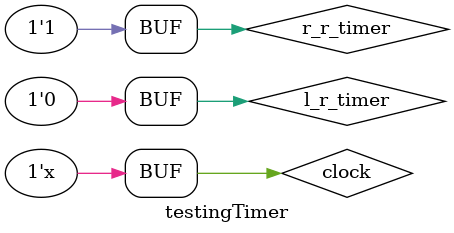
<source format=v>
`timescale 1us / 1ps

module testingTimer;

	// Inputs
	reg clock;
	reg l_r_timer;
	reg r_r_timer;
	
	parameter timer_cap = 9'd12;

	// Outputs
	wire timer_done;

	// Instantiate the Unit Under Test (UUT)
	timer_10bit_async uut(
		.clock(clock),
		.l_r_timer(l_r_timer),
		.r_r_timer(r_r_timer),
		.timer_cap(timer_cap),
		.timer_done(timer_done)
	);
	
	always begin
		#1 clock = !clock;
	end

	initial begin
		// Initialize Inputs
		clock = 0;
		r_r_timer = 1'b0;
		l_r_timer = 1'b0;

		// Wait 100 us for global reset to finish
		#100;
        
		// Add stimulus here
		#100 r_r_timer = 1'b1;
	end
	
endmodule


</source>
